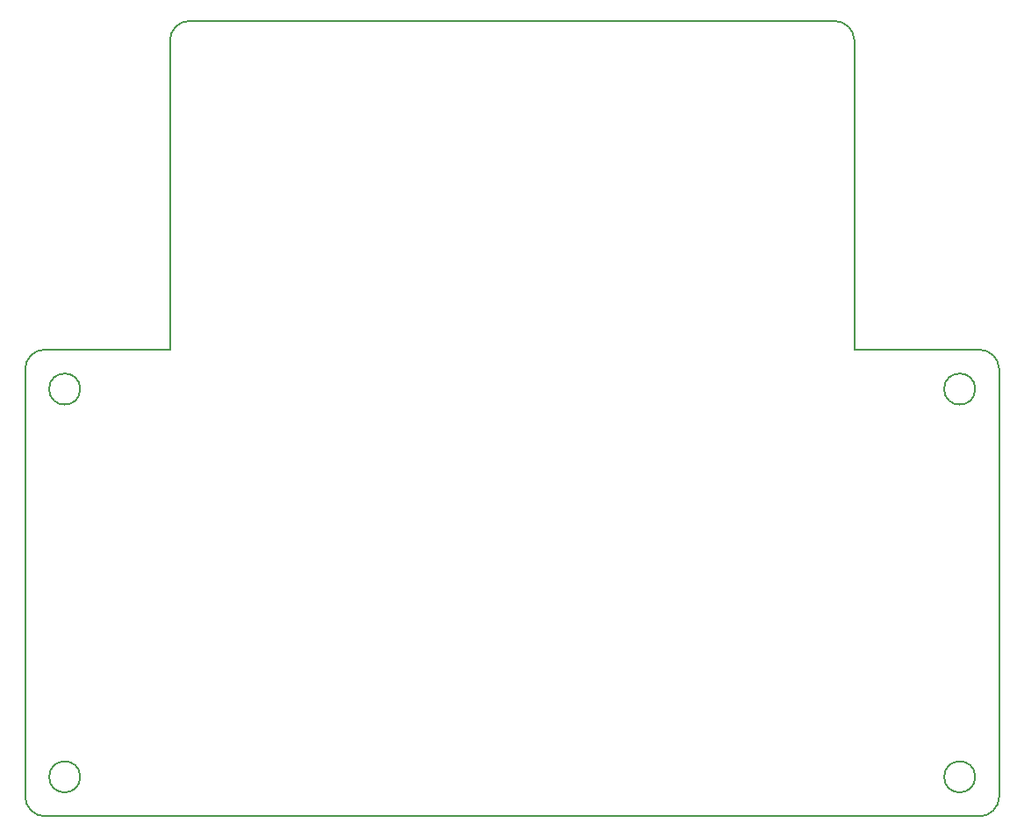
<source format=gm1>
G04 #@! TF.GenerationSoftware,KiCad,Pcbnew,(5.1.0)-1*
G04 #@! TF.CreationDate,2019-05-03T22:00:51+02:00*
G04 #@! TF.ProjectId,bigmax_hat,6269676d-6178-45f6-9861-742e6b696361,v1*
G04 #@! TF.SameCoordinates,Original*
G04 #@! TF.FileFunction,Profile,NP*
%FSLAX46Y46*%
G04 Gerber Fmt 4.6, Leading zero omitted, Abs format (unit mm)*
G04 Created by KiCad (PCBNEW (5.1.0)-1) date 2019-05-03 22:00:51*
%MOMM*%
%LPD*%
G04 APERTURE LIST*
%ADD10C,0.150000*%
G04 APERTURE END LIST*
D10*
X199390000Y-119380000D02*
G75*
G02X197485000Y-121285000I-1905000J0D01*
G01*
X107315000Y-121285000D02*
G75*
G02X105410000Y-119380000I0J1905000D01*
G01*
X105410000Y-78105000D02*
G75*
G02X107315000Y-76200000I1905000J0D01*
G01*
X197485000Y-76200000D02*
G75*
G02X199390000Y-78105000I0J-1905000D01*
G01*
X183515000Y-44450000D02*
G75*
G02X185420000Y-46355000I0J-1905000D01*
G01*
X119380000Y-46355000D02*
G75*
G02X121285000Y-44450000I1905000J0D01*
G01*
X110720000Y-80010000D02*
G75*
G03X110720000Y-80010000I-1500000J0D01*
G01*
X197080000Y-80010000D02*
G75*
G03X197080000Y-80010000I-1500000J0D01*
G01*
X110720000Y-117475000D02*
G75*
G03X110720000Y-117475000I-1500000J0D01*
G01*
X197080000Y-117475000D02*
G75*
G03X197080000Y-117475000I-1500000J0D01*
G01*
X107315000Y-121285000D02*
X197485000Y-121285000D01*
X121285000Y-44450000D02*
X183515000Y-44450000D01*
X185420000Y-46355000D02*
X185420000Y-76200000D01*
X185420000Y-76200000D02*
X197485000Y-76200000D01*
X199390000Y-78105000D02*
X199390000Y-119380000D01*
X107315000Y-76200000D02*
X119380000Y-76200000D01*
X119380000Y-76200000D02*
X119380000Y-46355000D01*
X105410000Y-78105000D02*
X105410000Y-119380000D01*
M02*

</source>
